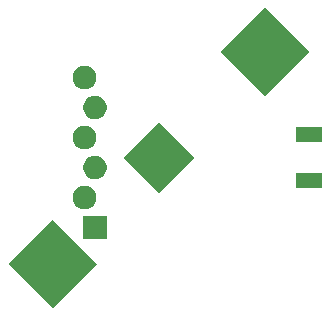
<source format=gbs>
G04 #@! TF.GenerationSoftware,KiCad,Pcbnew,5.0.2-bee76a0~70~ubuntu18.04.1*
G04 #@! TF.CreationDate,2019-09-23T19:43:07+01:00*
G04 #@! TF.ProjectId,charliewatch-norf-routed,63686172-6c69-4657-9761-7463682d6e6f,rev?*
G04 #@! TF.SameCoordinates,Original*
G04 #@! TF.FileFunction,Soldermask,Bot*
G04 #@! TF.FilePolarity,Negative*
%FSLAX46Y46*%
G04 Gerber Fmt 4.6, Leading zero omitted, Abs format (unit mm)*
G04 Created by KiCad (PCBNEW 5.0.2-bee76a0~70~ubuntu18.04.1) date Mon 23 Sep 2019 19:43:07 BST*
%MOMM*%
%LPD*%
G01*
G04 APERTURE LIST*
%ADD10C,0.100000*%
G04 APERTURE END LIST*
D10*
G36*
X143256631Y-113983856D02*
X139520844Y-117719643D01*
X135785057Y-113983856D01*
X139520844Y-110248069D01*
X143256631Y-113983856D01*
X143256631Y-113983856D01*
G37*
G36*
X144094200Y-111899700D02*
X142113000Y-111899700D01*
X142113000Y-109918500D01*
X144094200Y-109918500D01*
X144094200Y-111899700D01*
X144094200Y-111899700D01*
G37*
G36*
X142503547Y-107416568D02*
X142683824Y-107491241D01*
X142846074Y-107599653D01*
X142984047Y-107737626D01*
X143092459Y-107899876D01*
X143167132Y-108080153D01*
X143205200Y-108271533D01*
X143205200Y-108466667D01*
X143167132Y-108658047D01*
X143092459Y-108838324D01*
X142984047Y-109000574D01*
X142846074Y-109138547D01*
X142683824Y-109246959D01*
X142503547Y-109321632D01*
X142312167Y-109359700D01*
X142117033Y-109359700D01*
X141925653Y-109321632D01*
X141745376Y-109246959D01*
X141583126Y-109138547D01*
X141445153Y-109000574D01*
X141336741Y-108838324D01*
X141262068Y-108658047D01*
X141224000Y-108466667D01*
X141224000Y-108271533D01*
X141262068Y-108080153D01*
X141336741Y-107899876D01*
X141445153Y-107737626D01*
X141583126Y-107599653D01*
X141745376Y-107491241D01*
X141925653Y-107416568D01*
X142117033Y-107378500D01*
X142312167Y-107378500D01*
X142503547Y-107416568D01*
X142503547Y-107416568D01*
G37*
G36*
X151518467Y-105003600D02*
X148501100Y-108020967D01*
X145483733Y-105003600D01*
X148501100Y-101986233D01*
X151518467Y-105003600D01*
X151518467Y-105003600D01*
G37*
G36*
X162366200Y-107605200D02*
X160163000Y-107605200D01*
X160163000Y-106302000D01*
X162366200Y-106302000D01*
X162366200Y-107605200D01*
X162366200Y-107605200D01*
G37*
G36*
X143392547Y-104876568D02*
X143572824Y-104951241D01*
X143735074Y-105059653D01*
X143873047Y-105197626D01*
X143981459Y-105359876D01*
X144056132Y-105540153D01*
X144094200Y-105731533D01*
X144094200Y-105926667D01*
X144056132Y-106118047D01*
X143981459Y-106298324D01*
X143873047Y-106460574D01*
X143735074Y-106598547D01*
X143572824Y-106706959D01*
X143392547Y-106781632D01*
X143201167Y-106819700D01*
X143006033Y-106819700D01*
X142814653Y-106781632D01*
X142634376Y-106706959D01*
X142472126Y-106598547D01*
X142334153Y-106460574D01*
X142225741Y-106298324D01*
X142151068Y-106118047D01*
X142113000Y-105926667D01*
X142113000Y-105731533D01*
X142151068Y-105540153D01*
X142225741Y-105359876D01*
X142334153Y-105197626D01*
X142472126Y-105059653D01*
X142634376Y-104951241D01*
X142814653Y-104876568D01*
X143006033Y-104838500D01*
X143201167Y-104838500D01*
X143392547Y-104876568D01*
X143392547Y-104876568D01*
G37*
G36*
X142503547Y-102336568D02*
X142683824Y-102411241D01*
X142846074Y-102519653D01*
X142984047Y-102657626D01*
X143092459Y-102819876D01*
X143167132Y-103000153D01*
X143205200Y-103191533D01*
X143205200Y-103386667D01*
X143167132Y-103578047D01*
X143092459Y-103758324D01*
X142984047Y-103920574D01*
X142846074Y-104058547D01*
X142683824Y-104166959D01*
X142503547Y-104241632D01*
X142312167Y-104279700D01*
X142117033Y-104279700D01*
X141925653Y-104241632D01*
X141745376Y-104166959D01*
X141583126Y-104058547D01*
X141445153Y-103920574D01*
X141336741Y-103758324D01*
X141262068Y-103578047D01*
X141224000Y-103386667D01*
X141224000Y-103191533D01*
X141262068Y-103000153D01*
X141336741Y-102819876D01*
X141445153Y-102657626D01*
X141583126Y-102519653D01*
X141745376Y-102411241D01*
X141925653Y-102336568D01*
X142117033Y-102298500D01*
X142312167Y-102298500D01*
X142503547Y-102336568D01*
X142503547Y-102336568D01*
G37*
G36*
X162366200Y-103705200D02*
X160163000Y-103705200D01*
X160163000Y-102402000D01*
X162366200Y-102402000D01*
X162366200Y-103705200D01*
X162366200Y-103705200D01*
G37*
G36*
X143392547Y-99796568D02*
X143572824Y-99871241D01*
X143735074Y-99979653D01*
X143873047Y-100117626D01*
X143981459Y-100279876D01*
X144056132Y-100460153D01*
X144094200Y-100651533D01*
X144094200Y-100846667D01*
X144056132Y-101038047D01*
X143981459Y-101218324D01*
X143873047Y-101380574D01*
X143735074Y-101518547D01*
X143572824Y-101626959D01*
X143392547Y-101701632D01*
X143201167Y-101739700D01*
X143006033Y-101739700D01*
X142814653Y-101701632D01*
X142634376Y-101626959D01*
X142472126Y-101518547D01*
X142334153Y-101380574D01*
X142225741Y-101218324D01*
X142151068Y-101038047D01*
X142113000Y-100846667D01*
X142113000Y-100651533D01*
X142151068Y-100460153D01*
X142225741Y-100279876D01*
X142334153Y-100117626D01*
X142472126Y-99979653D01*
X142634376Y-99871241D01*
X142814653Y-99796568D01*
X143006033Y-99758500D01*
X143201167Y-99758500D01*
X143392547Y-99796568D01*
X143392547Y-99796568D01*
G37*
G36*
X161217143Y-96023344D02*
X157481356Y-99759131D01*
X153745569Y-96023344D01*
X157481356Y-92287557D01*
X161217143Y-96023344D01*
X161217143Y-96023344D01*
G37*
G36*
X142503547Y-97256568D02*
X142683824Y-97331241D01*
X142846074Y-97439653D01*
X142984047Y-97577626D01*
X143092459Y-97739876D01*
X143167132Y-97920153D01*
X143205200Y-98111533D01*
X143205200Y-98306667D01*
X143167132Y-98498047D01*
X143092459Y-98678324D01*
X142984047Y-98840574D01*
X142846074Y-98978547D01*
X142683824Y-99086959D01*
X142503547Y-99161632D01*
X142312167Y-99199700D01*
X142117033Y-99199700D01*
X141925653Y-99161632D01*
X141745376Y-99086959D01*
X141583126Y-98978547D01*
X141445153Y-98840574D01*
X141336741Y-98678324D01*
X141262068Y-98498047D01*
X141224000Y-98306667D01*
X141224000Y-98111533D01*
X141262068Y-97920153D01*
X141336741Y-97739876D01*
X141445153Y-97577626D01*
X141583126Y-97439653D01*
X141745376Y-97331241D01*
X141925653Y-97256568D01*
X142117033Y-97218500D01*
X142312167Y-97218500D01*
X142503547Y-97256568D01*
X142503547Y-97256568D01*
G37*
M02*

</source>
